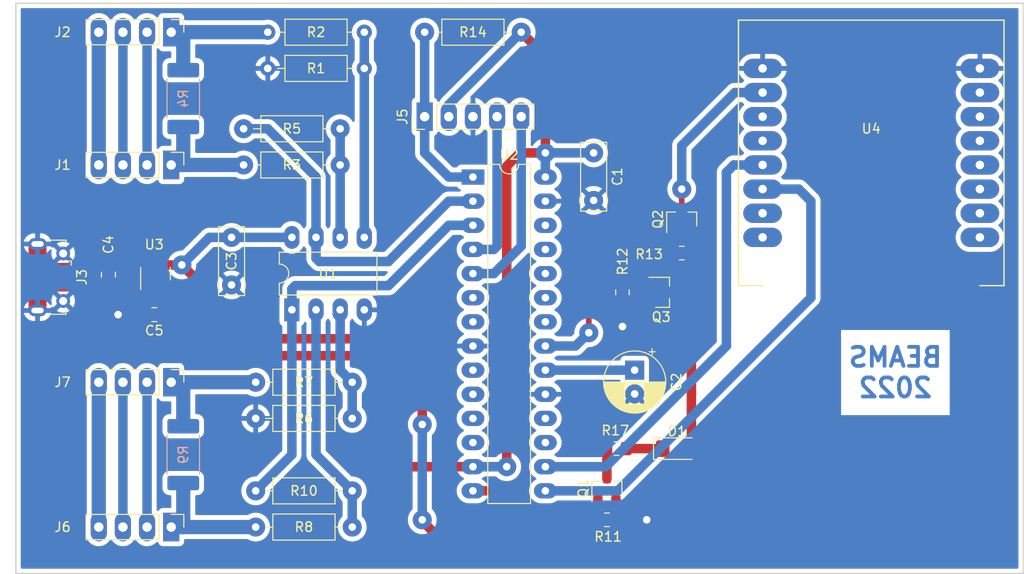
<source format=kicad_pcb>
(kicad_pcb (version 20211014) (generator pcbnew)
  (layers (0 "F.Cu" signal) (31 "B.Cu" signal) (34 "B.Paste" user) (35 "F.Paste" user) (36 "B.SilkS" user "B.Silkscreen") (37 "F.SilkS" user "F.Silkscreen") (38 "B.Mask" user) (39 "F.Mask" user) (44 "Edge.Cuts" user))
  (net 0 "")
  (net 1 "GND")
  (net 2 "+3V3")
  (net 3 "Net-(C2-Pad1)")
  (net 4 "+5V")
  (net 5 "Net-(D1-Pad1)")
  (net 6 "Net-(J1-Pad4)")
  (net 7 "Net-(J1-Pad3)")
  (net 8 "Net-(J1-Pad2)")
  (net 9 "/Chargeur_GND")
  (net 10 "Net-(J2-Pad1)")
  (net 11 "Net-(J5-Pad1)")
  (net 12 "/PGED")
  (net 13 "/PGEC")
  (net 14 "Net-(J6-Pad4)")
  (net 15 "Net-(J6-Pad3)")
  (net 16 "Net-(J6-Pad2)")
  (net 17 "/Load_GND")
  (net 18 "Net-(J7-Pad1)")
  (net 19 "Net-(Q1-Pad1)")
  (net 20 "Net-(Q1-Pad3)")
  (net 21 "Net-(Q2-Pad3)")
  (net 22 "Net-(Q2-Pad1)")
  (net 23 "/Click_on")
  (net 24 "Net-(R1-Pad1)")
  (net 25 "Net-(R3-Pad1)")
  (net 26 "Net-(R5-Pad1)")
  (net 27 "Net-(R6-Pad1)")
  (net 28 "Net-(R10-Pad2)")
  (net 29 "Net-(R10-Pad1)")
  (net 30 "Net-(U2-Pad15)")
  (net 31 "Net-(U2-Pad16)")
  (footprint "Capacitor_SMD:C_0805_2012Metric_Pad1.18x1.45mm_HandSolder" (layer "F.Cu") (at 46.736 91.567 -90)
    (fp_text reference "C4" (at -3.175 0 90) (layer "F.SilkS"))
    (fp_text value "1u")
    (pad "1" smd roundrect locked (at -1.0375 0 270) (size 1.175 1.45) (layers "F.Cu" "F.Paste" "F.Mask") (roundrect_rratio 0.2127659574) (net 4 "+5V"))
    (pad "2" smd roundrect locked (at 1.0375 0 270) (size 1.175 1.45) (layers "F.Cu" "F.Paste" "F.Mask") (roundrect_rratio 0.2127659574) (net 1 "GND"))
  )
  (footprint "Capacitor_SMD:C_0805_2012Metric_Pad1.18x1.45mm_HandSolder" (layer "F.Cu") (at 51.562 95.758 180)
    (fp_text reference "C5" (at 0 -1.68) (layer "F.SilkS"))
    (fp_text value "1u")
    (pad "1" smd roundrect locked (at -1.0375 0 180) (size 1.175 1.45) (layers "F.Cu" "F.Paste" "F.Mask") (roundrect_rratio 0.2127659574) (net 2 "+3V3"))
    (pad "2" smd roundrect locked (at 1.0375 0 180) (size 1.175 1.45) (layers "F.Cu" "F.Paste" "F.Mask") (roundrect_rratio 0.2127659574) (net 1 "GND"))
  )
  (footprint "Resistor_SMD:R_0805_2012Metric_Pad1.15x1.40mm_HandSolder" (layer "F.Cu") (at 99.187 117.348)
    (fp_text reference "R11" (at 0.127 1.778) (layer "F.SilkS"))
    (fp_text value "100k")
    (pad "1" smd roundrect locked (at -1.025 0) (size 1.15 1.4) (layers "F.Cu" "F.Paste" "F.Mask") (roundrect_rratio 0.2173913043) (net 19 "Net-(Q1-Pad1)"))
    (pad "2" smd roundrect locked (at 1.025 0) (size 1.15 1.4) (layers "F.Cu" "F.Paste" "F.Mask") (roundrect_rratio 0.2173913043) (net 1 "GND"))
  )
  (footprint "Resistor_SMD:R_0805_2012Metric_Pad1.15x1.40mm_HandSolder" (layer "F.Cu") (at 100.822 93.411 -90)
    (fp_text reference "R12" (at -3.241 -0.016 90) (layer "F.SilkS"))
    (fp_text value "100k")
    (pad "1" smd roundrect locked (at -1.025 0 270) (size 1.15 1.4) (layers "F.Cu" "F.Paste" "F.Mask") (roundrect_rratio 0.2173913043) (net 23 "/Click_on"))
    (pad "2" smd roundrect locked (at 1.025 0 270) (size 1.15 1.4) (layers "F.Cu" "F.Paste" "F.Mask") (roundrect_rratio 0.2173913043) (net 1 "GND"))
  )
  (footprint "Capacitor_THT:C_Disc_D7.0mm_W2.5mm_P5.00mm" (layer "F.Cu") (at 97.79 78.74 -90)
    (fp_text reference "C1" (at 2.5 -2.5 -90) (layer "F.SilkS"))
    (fp_text value "100n")
    (pad "1" thru_hole circle locked (at 0 0 270) (size 2 2) (drill 0.8) (layers *.Cu *.Mask) (net 2 "+3V3"))
    (pad "2" thru_hole circle locked (at 5 0 270) (size 2 2) (drill 0.8) (layers *.Cu *.Mask) (net 1 "GND"))
  )
  (footprint "Capacitor_THT:CP_Radial_D6.3mm_P2.50mm" (layer "F.Cu") (at 102.108 101.6 -90)
    (fp_text reference "C2" (at 1.25 -4.4 -90) (layer "F.SilkS"))
    (fp_text value "10u")
    (pad "1" thru_hole rect locked (at 0 0 270) (size 2 2) (drill 0.8) (layers *.Cu *.Mask) (net 3 "Net-(C2-Pad1)"))
    (pad "2" thru_hole circle locked (at 2.5 0 270) (size 2 2) (drill 0.8) (layers *.Cu *.Mask) (net 1 "GND"))
  )
  (footprint "Capacitor_THT:C_Disc_D7.0mm_W2.5mm_P5.00mm" (layer "F.Cu") (at 59.69 87.63 -90)
    (fp_text reference "C3" (at 2.5 0 -90) (layer "F.SilkS"))
    (fp_text value "100n")
    (pad "1" thru_hole circle locked (at 0 0 270) (size 2 2) (drill 0.8) (layers *.Cu *.Mask) (net 4 "+5V"))
    (pad "2" thru_hole circle locked (at 5 0 270) (size 2 2) (drill 0.8) (layers *.Cu *.Mask) (net 1 "GND"))
  )
  (footprint "LED_SMD:LED_1206_3216Metric_Pad1.42x1.75mm_HandSolder" (layer "F.Cu") (at 106.553 109.855)
    (fp_text reference "D1" (at 0 -1.82) (layer "F.SilkS"))
    (fp_text value "LED")
    (pad "1" smd roundrect locked (at -1.4875 0) (size 1.425 1.75) (layers "F.Cu" "F.Paste" "F.Mask") (roundrect_rratio 0.1754392982) (net 5 "Net-(D1-Pad1)"))
    (pad "2" smd roundrect locked (at 1.4875 0) (size 1.425 1.75) (layers "F.Cu" "F.Paste" "F.Mask") (roundrect_rratio 0.1754392982) (net 4 "+5V"))
  )
  (footprint "Connector_PinHeader_2.54mm:PinHeader_1x04_P2.54mm_Vertical" (layer "F.Cu") (at 53.34 80.01 -90)
    (fp_text reference "J1" (at 0 11.43) (layer "F.SilkS"))
    (fp_text value "Chargeur_in")
    (pad "1" thru_hole rect locked (at 0 0 270) (size 3 1.7) (drill 1) (layers *.Cu *.Mask) (net 9 "/Chargeur_GND"))
    (pad "2" thru_hole oval locked (at 0 2.54 270) (size 3 1.7) (drill 1) (layers *.Cu *.Mask) (net 8 "Net-(J1-Pad2)"))
    (pad "3" thru_hole oval locked (at 0 5.08 270) (size 3 1.7) (drill 1) (layers *.Cu *.Mask) (net 7 "Net-(J1-Pad3)"))
    (pad "4" thru_hole oval locked (at 0 7.62 270) (size 3 1.7) (drill 1) (layers *.Cu *.Mask) (net 6 "Net-(J1-Pad4)"))
  )
  (footprint "Connector_PinHeader_2.54mm:PinHeader_1x04_P2.54mm_Vertical" (layer "F.Cu") (at 53.34 66.04 -90)
    (fp_text reference "J2" (at 0 11.43) (layer "F.SilkS"))
    (fp_text value "Chargeur_out")
    (pad "1" thru_hole rect locked (at 0 0 270) (size 3 1.7) (drill 1) (layers *.Cu *.Mask) (net 10 "Net-(J2-Pad1)"))
    (pad "2" thru_hole oval locked (at 0 2.54 270) (size 3 1.7) (drill 1) (layers *.Cu *.Mask) (net 8 "Net-(J1-Pad2)"))
    (pad "3" thru_hole oval locked (at 0 5.08 270) (size 3 1.7) (drill 1) (layers *.Cu *.Mask) (net 7 "Net-(J1-Pad3)"))
    (pad "4" thru_hole oval locked (at 0 7.62 270) (size 3 1.7) (drill 1) (layers *.Cu *.Mask) (net 6 "Net-(J1-Pad4)"))
  )
  (footprint "Connector_USB:USB_Micro-B_Molex-105017-0001" (layer "F.Cu") (at 40.513 91.821 -90)
    (fp_text reference "J3" (at 0 -3.429 90) (layer "F.SilkS"))
    (fp_text value "USB_B_Mini")
    (pad "1" smd rect locked (at -1.3 -1.4625 270) (size 0.4 1.35) (layers "F.Cu" "F.Paste" "F.Mask") (net 4 "+5V"))
    (pad "2" smd rect locked (at -0.65 -1.4625 270) (size 0.4 1.35) (layers "F.Cu" "F.Paste" "F.Mask"))
    (pad "3" smd rect locked (at 0 -1.4625 270) (size 0.4 1.35) (layers "F.Cu" "F.Paste" "F.Mask"))
    (pad "4" smd rect locked (at 0.65 -1.4625 270) (size 0.4 1.35) (layers "F.Cu" "F.Paste" "F.Mask"))
    (pad "5" smd rect locked (at 1.3 -1.4625 270) (size 0.4 1.35) (layers "F.Cu" "F.Paste" "F.Mask") (net 1 "GND"))
    (pad "6" smd rect locked (at -2.9 1.2375 270) (size 1.2 1.9) (layers "F.Cu" "F.Mask") (net 1 "GND"))
    (pad "6" thru_hole circle locked (at 2.5 -1.4625 270) (size 1.45 1.45) (drill 0.85) (layers *.Cu *.Mask) (net 1 "GND"))
    (pad "6" smd rect locked (at -1 1.2375 270) (size 1.5 1.9) (layers "F.Cu" "F.Paste" "F.Mask") (net 1 "GND"))
    (pad "6" smd rect locked (at 2.9 1.2375 270) (size 1.2 1.9) (layers "F.Cu" "F.Mask") (net 1 "GND"))
    (pad "6" thru_hole oval locked (at 3.5 1.2375 270) (size 1.2 1.9) (drill oval 0.6 1.3) (layers *.Cu *.Mask) (net 1 "GND"))
    (pad "6" smd rect locked (at 1 1.2375 270) (size 1.5 1.9) (layers "F.Cu" "F.Paste" "F.Mask") (net 1 "GND"))
    (pad "6" thru_hole oval locked (at -3.5 1.2375 90) (size 1.2 1.9) (drill oval 0.6 1.3) (layers *.Cu *.Mask) (net 1 "GND"))
    (pad "6" thru_hole circle locked (at -2.5 -1.4625 270) (size 1.45 1.45) (drill 0.85) (layers *.Cu *.Mask) (net 1 "GND"))
  )
  (footprint "Connector_PinHeader_2.54mm:PinHeader_1x05_P2.54mm_Vertical" (layer "F.Cu") (at 80.01 74.93 90)
    (fp_text reference "J5" (at 0 -2.33 90) (layer "F.SilkS"))
    (fp_text value "PROG")
    (pad "1" thru_hole rect locked (at 0 0 90) (size 3 1.7) (drill 1) (layers *.Cu *.Mask) (net 11 "Net-(J5-Pad1)"))
    (pad "2" thru_hole oval locked (at 0 2.54 90) (size 3 1.7) (drill 1) (layers *.Cu *.Mask) (net 2 "+3V3"))
    (pad "3" thru_hole oval locked (at 0 5.08 90) (size 3 1.7) (drill 1) (layers *.Cu *.Mask) (net 1 "GND"))
    (pad "4" thru_hole oval locked (at 0 7.62 90) (size 3 1.7) (drill 1) (layers *.Cu *.Mask) (net 12 "/PGED"))
    (pad "5" thru_hole oval locked (at 0 10.16 90) (size 3 1.7) (drill 1) (layers *.Cu *.Mask) (net 13 "/PGEC"))
  )
  (footprint "Connector_PinHeader_2.54mm:PinHeader_1x04_P2.54mm_Vertical" (layer "F.Cu") (at 53.34 118.11 -90)
    (fp_text reference "J6" (at 0 11.43) (layer "F.SilkS"))
    (fp_text value "Load_in")
    (pad "1" thru_hole rect locked (at 0 0 270) (size 3 1.7) (drill 1) (layers *.Cu *.Mask) (net 17 "/Load_GND"))
    (pad "2" thru_hole oval locked (at 0 2.54 270) (size 3 1.7) (drill 1) (layers *.Cu *.Mask) (net 16 "Net-(J6-Pad2)"))
    (pad "3" thru_hole oval locked (at 0 5.08 270) (size 3 1.7) (drill 1) (layers *.Cu *.Mask) (net 15 "Net-(J6-Pad3)"))
    (pad "4" thru_hole oval locked (at 0 7.62 270) (size 3 1.7) (drill 1) (layers *.Cu *.Mask) (net 14 "Net-(J6-Pad4)"))
  )
  (footprint "Connector_PinHeader_2.54mm:PinHeader_1x04_P2.54mm_Vertical" (layer "F.Cu") (at 53.34 102.87 -90)
    (fp_text reference "J7" (at 0 11.43) (layer "F.SilkS"))
    (fp_text value "Load_out")
    (pad "1" thru_hole rect locked (at 0 0 270) (size 3 1.7) (drill 1) (layers *.Cu *.Mask) (net 18 "Net-(J7-Pad1)"))
    (pad "2" thru_hole oval locked (at 0 2.54 270) (size 3 1.7) (drill 1) (layers *.Cu *.Mask) (net 16 "Net-(J6-Pad2)"))
    (pad "3" thru_hole oval locked (at 0 5.08 270) (size 3 1.7) (drill 1) (layers *.Cu *.Mask) (net 15 "Net-(J6-Pad3)"))
    (pad "4" thru_hole oval locked (at 0 7.62 270) (size 3 1.7) (drill 1) (layers *.Cu *.Mask) (net 14 "Net-(J6-Pad4)"))
  )
  (footprint "Package_TO_SOT_SMD:SOT-23" (layer "F.Cu") (at 99.187 114.046 90)
    (fp_text reference "Q1" (at 0 -2.5 90) (layer "F.SilkS"))
    (fp_text value "BSS138")
    (pad "1" smd rect locked (at -1 -0.95 90) (size 0.9 0.8) (layers "F.Cu" "F.Paste" "F.Mask") (net 19 "Net-(Q1-Pad1)"))
    (pad "2" smd rect locked (at -1 0.95 90) (size 0.9 0.8) (layers "F.Cu" "F.Paste" "F.Mask") (net 1 "GND"))
    (pad "3" smd rect locked (at 1 0 90) (size 0.9 0.8) (layers "F.Cu" "F.Paste" "F.Mask") (net 20 "Net-(Q1-Pad3)"))
  )
  (footprint "Package_TO_SOT_SMD:SOT-23" (layer "F.Cu") (at 107.061 85.725 90)
    (fp_text reference "Q2" (at 0 -2.5 90) (layer "F.SilkS"))
    (fp_text value "IRLML6402")
    (pad "1" smd rect locked (at -1 -0.95 90) (size 0.9 0.8) (layers "F.Cu" "F.Paste" "F.Mask") (net 22 "Net-(Q2-Pad1)"))
    (pad "2" smd rect locked (at -1 0.95 90) (size 0.9 0.8) (layers "F.Cu" "F.Paste" "F.Mask") (net 4 "+5V"))
    (pad "3" smd rect locked (at 1 0 90) (size 0.9 0.8) (layers "F.Cu" "F.Paste" "F.Mask") (net 21 "Net-(Q2-Pad3)"))
  )
  (footprint "Package_TO_SOT_SMD:SOT-23" (layer "F.Cu") (at 105.013 93.411)
    (fp_text reference "Q3" (at -0.111 2.601) (layer "F.SilkS"))
    (fp_text value "BSS138")
    (pad "1" smd rect locked (at -1 -0.95) (size 0.9 0.8) (layers "F.Cu" "F.Paste" "F.Mask") (net 23 "/Click_on"))
    (pad "2" smd rect locked (at -1 0.95) (size 0.9 0.8) (layers "F.Cu" "F.Paste" "F.Mask") (net 1 "GND"))
    (pad "3" smd rect locked (at 1 0) (size 0.9 0.8) (layers "F.Cu" "F.Paste" "F.Mask") (net 22 "Net-(Q2-Pad1)"))
  )
  (footprint "Resistor_THT:R_Axial_DIN0207_L6.3mm_D2.5mm_P10.16mm_Horizontal" (layer "F.Cu") (at 73.66 69.85 180)
    (fp_text reference "R1" (at 5.08 0 180) (layer "F.SilkS"))
    (fp_text value "150k")
    (pad "1" thru_hole circle locked (at 0 0 180) (size 1.6 1.6) (drill 0.8) (layers *.Cu *.Mask) (net 24 "Net-(R1-Pad1)"))
    (pad "2" thru_hole oval locked (at 10.16 0 180) (size 1.6 1.6) (drill 0.8) (layers *.Cu *.Mask) (net 1 "GND"))
  )
  (footprint "Resistor_THT:R_Axial_DIN0207_L6.3mm_D2.5mm_P10.16mm_Horizontal" (layer "F.Cu") (at 73.66 66.04 180)
    (fp_text reference "R2" (at 5.08 0 180) (layer "F.SilkS"))
    (fp_text value "10k")
    (pad "1" thru_hole circle locked (at 0 0 180) (size 1.6 1.6) (drill 0.8) (layers *.Cu *.Mask) (net 24 "Net-(R1-Pad1)"))
    (pad "2" thru_hole oval locked (at 10.16 0 180) (size 1.6 1.6) (drill 0.8) (layers *.Cu *.Mask) (net 10 "Net-(J2-Pad1)"))
  )
  (footprint "Resistor_THT:R_Axial_DIN0207_L6.3mm_D2.5mm_P10.16mm_Horizontal" (layer "F.Cu") (at 71.12 80.01 180)
    (fp_text reference "R3" (at 5.08 0 180) (layer "F.SilkS"))
    (fp_text value "10k")
    (pad "1" thru_hole circle locked (at 0 0 180) (size 2 2) (drill 0.8) (layers *.Cu *.Mask) (net 25 "Net-(R3-Pad1)"))
    (pad "2" thru_hole oval locked (at 10.16 0 180) (size 2 2) (drill 0.8) (layers *.Cu *.Mask) (net 9 "/Chargeur_GND"))
  )
  (footprint "Resistor_THT:R_Axial_DIN0207_L6.3mm_D2.5mm_P10.16mm_Horizontal" (layer "F.Cu") (at 60.96 76.2)
    (fp_text reference "R5" (at 5.08 0) (layer "F.SilkS"))
    (fp_text value "150k")
    (pad "1" thru_hole circle locked (at 0 0) (size 2 2) (drill 0.8) (layers *.Cu *.Mask) (net 26 "Net-(R5-Pad1)"))
    (pad "2" thru_hole oval locked (at 10.16 0) (size 2 2) (drill 0.8) (layers *.Cu *.Mask) (net 25 "Net-(R3-Pad1)"))
  )
  (footprint "Resistor_THT:R_Axial_DIN0207_L6.3mm_D2.5mm_P10.16mm_Horizontal" (layer "F.Cu") (at 72.39 106.68 180)
    (fp_text reference "R6" (at 5.08 0 180) (layer "F.SilkS"))
    (fp_text value "51k")
    (pad "1" thru_hole circle locked (at 0 0 180) (size 2 2) (drill 0.8) (layers *.Cu *.Mask) (net 27 "Net-(R6-Pad1)"))
    (pad "2" thru_hole oval locked (at 10.16 0 180) (size 2 2) (drill 0.8) (layers *.Cu *.Mask) (net 1 "GND"))
  )
  (footprint "Resistor_THT:R_Axial_DIN0207_L6.3mm_D2.5mm_P10.16mm_Horizontal" (layer "F.Cu") (at 72.39 102.87 180)
    (fp_text reference "R7" (at 5.08 0 180) (layer "F.SilkS"))
    (fp_text value "1k")
    (pad "1" thru_hole circle locked (at 0 0 180) (size 2 2) (drill 0.8) (layers *.Cu *.Mask) (net 27 "Net-(R6-Pad1)"))
    (pad "2" thru_hole oval locked (at 10.16 0 180) (size 2 2) (drill 0.8) (layers *.Cu *.Mask) (net 18 "Net-(J7-Pad1)"))
  )
  (footprint "Resistor_THT:R_Axial_DIN0207_L6.3mm_D2.5mm_P10.16mm_Horizontal" (layer "F.Cu") (at 72.39 118.11 180)
    (fp_text reference "R8" (at 5.08 0 180) (layer "F.SilkS"))
    (fp_text value "1k")
    (pad "1" thru_hole circle locked (at 0 0 180) (size 2 2) (drill 0.8) (layers *.Cu *.Mask) (net 28 "Net-(R10-Pad2)"))
    (pad "2" thru_hole oval locked (at 10.16 0 180) (size 2 2) (drill 0.8) (layers *.Cu *.Mask) (net 17 "/Load_GND"))
  )
  (footprint "Resistor_THT:R_Axial_DIN0207_L6.3mm_D2.5mm_P10.16mm_Horizontal" (layer "F.Cu") (at 62.23 114.3)
    (fp_text reference "R10" (at 5.08 0) (layer "F.SilkS"))
    (fp_text value "51k")
    (pad "1" thru_hole circle locked (at 0 0) (size 2 2) (drill 0.8) (layers *.Cu *.Mask) (net 29 "Net-(R10-Pad1)"))
    (pad "2" thru_hole oval locked (at 10.16 0) (size 2 2) (drill 0.8) (layers *.Cu *.Mask) (net 28 "Net-(R10-Pad2)"))
  )
  (footprint "Resistor_SMD:R_0805_2012Metric_Pad1.15x1.40mm_HandSolder" (layer "F.Cu") (at 107.061 89.281 180)
    (fp_text reference "R13" (at 3.429 -0.127) (layer "F.SilkS"))
    (fp_text value "100k")
    (pad "1" smd roundrect locked (at -1.025 0 180) (size 1.15 1.4) (layers "F.Cu" "F.Paste" "F.Mask") (roundrect_rratio 0.2173913043) (net 4 "+5V"))
    (pad "2" smd roundrect locked (at 1.025 0 180) (size 1.15 1.4) (layers "F.Cu" "F.Paste" "F.Mask") (roundrect_rratio 0.2173913043) (net 22 "Net-(Q2-Pad1)"))
  )
  (footprint "Resistor_THT:R_Axial_DIN0207_L6.3mm_D2.5mm_P10.16mm_Horizontal" (layer "F.Cu") (at 90.17 66.04 180)
    (fp_text reference "R14" (at 5.08 0 180) (layer "F.SilkS"))
    (fp_text value "10k")
    (pad "1" thru_hole circle locked (at 0 0 180) (size 2 2) (drill 0.8) (layers *.Cu *.Mask) (net 2 "+3V3"))
    (pad "2" thru_hole oval locked (at 10.16 0 180) (size 2 2) (drill 0.8) (layers *.Cu *.Mask) (net 11 "Net-(J5-Pad1)"))
  )
  (footprint "Resistor_SMD:R_0805_2012Metric_Pad1.15x1.40mm_HandSolder" (layer "F.Cu") (at 100.203 109.855 180)
    (fp_text reference "R17" (at 0.127 1.905) (layer "F.SilkS"))
    (fp_text value "470")
    (pad "1" smd roundrect locked (at -1.025 0 180) (size 1.15 1.4) (layers "F.Cu" "F.Paste" "F.Mask") (roundrect_rratio 0.2173913043) (net 5 "Net-(D1-Pad1)"))
    (pad "2" smd roundrect locked (at 1.025 0 180) (size 1.15 1.4) (layers "F.Cu" "F.Paste" "F.Mask") (roundrect_rratio 0.2173913043) (net 20 "Net-(Q1-Pad3)"))
  )
  (footprint "Package_DIP:DIP-8_W7.62mm_LongPads" (layer "F.Cu") (at 66.04 95.25 90)
    (fp_text reference "U1" (at 3.81 3.81 180) (layer "F.SilkS"))
    (fp_text value "LM358")
    (pad "1" thru_hole rect locked (at 0 0 90) (size 2.4 1.6) (drill 0.8) (layers *.Cu *.Mask) (net 29 "Net-(R10-Pad1)"))
    (pad "2" thru_hole oval locked (at 0 2.54 90) (size 2.4 1.6) (drill 0.8) (layers *.Cu *.Mask) (net 28 "Net-(R10-Pad2)"))
    (pad "3" thru_hole oval locked (at 0 5.08 90) (size 2.4 1.6) (drill 0.8) (layers *.Cu *.Mask) (net 27 "Net-(R6-Pad1)"))
    (pad "4" thru_hole oval locked (at 0 7.62 90) (size 2.4 1.6) (drill 0.8) (layers *.Cu *.Mask) (net 1 "GND"))
    (pad "5" thru_hole oval locked (at 7.62 7.62 90) (size 2.4 1.6) (drill 0.8) (layers *.Cu *.Mask) (net 24 "Net-(R1-Pad1)"))
    (pad "6" thru_hole oval locked (at 7.62 5.08 90) (size 2.4 1.6) (drill 0.8) (layers *.Cu *.Mask) (net 25 "Net-(R3-Pad1)"))
    (pad "7" thru_hole oval locked (at 7.62 2.54 90) (size 2.4 1.6) (drill 0.8) (layers *.Cu *.Mask) (net 26 "Net-(R5-Pad1)"))
    (pad "8" thru_hole oval locked (at 7.62 0 90) (size 2.4 1.6) (drill 0.8) (layers *.Cu *.Mask) (net 4 "+5V"))
  )
  (footprint "Package_DIP:DIP-28_W7.62mm_LongPads" (layer "F.Cu") (at 85.09 81.28)
    (fp_text reference "U2" (at 3.81 -2.33) (layer "F.SilkS"))
    (fp_text value "DSPIC33FJ128GP802")
    (pad "1" thru_hole rect locked (at 0 0) (size 2.4 1.6) (drill 0.8) (layers *.Cu *.Mask) (net 11 "Net-(J5-Pad1)"))
    (pad "2" thru_hole oval locked (at 0 2.54) (size 2.4 1.6) (drill 0.8) (layers *.Cu *.Mask) (net 26 "Net-(R5-Pad1)"))
    (pad "3" thru_hole oval locked (at 0 5.08) (size 2.4 1.6) (drill 0.8) (layers *.Cu *.Mask) (net 29 "Net-(R10-Pad1)"))
    (pad "4" thru_hole oval locked (at 0 7.62) (size 2.4 1.6) (drill 0.8) (layers *.Cu *.Mask) (net 12 "/PGED"))
    (pad "5" thru_hole oval locked (at 0 10.16) (size 2.4 1.6) (drill 0.8) (layers *.Cu *.Mask) (net 13 "/PGEC"))
    (pad "6" thru_hole oval locked (at 0 12.7) (size 2.4 1.6) (drill 0.8) (layers *.Cu *.Mask))
    (pad "7" thru_hole oval locked (at 0 15.24) (size 2.4 1.6) (drill 0.8) (layers *.Cu *.Mask))
    (pad "8" thru_hole oval locked (at 0 17.78) (size 2.4 1.6) (drill 0.8) (layers *.Cu *.Mask) (net 1 "GND"))
    (pad "9" thru_hole oval locked (at 0 20.32) (size 2.4 1.6) (drill 0.8) (layers *.Cu *.Mask))
    (pad "10" thru_hole oval locked (at 0 22.86) (size 2.4 1.6) (drill 0.8) (layers *.Cu *.Mask))
    (pad "11" thru_hole oval locked (at 0 25.4) (size 2.4 1.6) (drill 0.8) (layers *.Cu *.Mask))
    (pad "12" thru_hole oval locked (at 0 27.94) (size 2.4 1.6) (drill 0.8) (layers *.Cu *.Mask))
    (pad "13" thru_hole oval locked (at 0 30.48) (size 2.4 1.6) (drill 0.8) (layers *.Cu *.Mask) (net 2 "+3V3"))
    (pad "14" thru_hole oval locked (at 0 33.02) (size 2.4 1.6) (drill 0.8) (layers *.Cu *.Mask) (net 19 "Net-(Q1-Pad1)"))
    (pad "15" thru_hole oval locked (at 7.62 33.02) (size 2.4 1.6) (drill 0.8) (layers *.Cu *.Mask) (net 30 "Net-(U2-Pad15)"))
    (pad "16" thru_hole oval locked (at 7.62 30.48) (size 2.4 1.6) (drill 0.8) (layers *.Cu *.Mask) (net 31 "Net-(U2-Pad16)"))
    (pad "17" thru_hole oval locked (at 7.62 27.94) (size 2.4 1.6) (drill 0.8) (layers *.Cu *.Mask))
    (pad "18" thru_hole oval locked (at 7.62 25.4) (size 2.4 1.6) (drill 0.8) (layers *.Cu *.Mask))
    (pad "19" thru_hole oval locked (at 7.62 22.86) (size 2.4 1.6) (drill 0.8) (layers *.Cu *.Mask) (net 1 "GND"))
    (pad "20" thru_hole oval locked (at 7.62 20.32) (size 2.4 1.6) (drill 0.8) (layers *.Cu *.Mask) (net 3 "Net-(C2-Pad1)"))
    (pad "21" thru_hole oval locked (at 7.62 17.78) (size 2.4 1.6) (drill 0.8) (layers *.Cu *.Mask) (net 23 "/Click_on"))
    (pad "22" thru_hole oval locked (at 7.62 15.24) (size 2.4 1.6) (drill 0.8) (layers *.Cu *.Mask))
    (pad "23" thru_hole oval locked (at 7.62 12.7) (size 2.4 1.6) (drill 0.8) (layers *.Cu *.Mask))
    (pad "24" thru_hole oval locked (at 7.62 10.16) (size 2.4 1.6) (drill 0.8) (layers *.Cu *.Mask))
    (pad "25" thru_hole oval locked (at 7.62 7.62) (size 2.4 1.6) (drill 0.8) (layers *.Cu *.Mask))
    (pad "26" thru_hole oval locked (at 7.62 5.08) (size 2.4 1.6) (drill 0.8) (layers *.Cu *.Mask))
    (pad "27" thru_hole oval locked (at 7.62 2.54) (size 2.4 1.6) (drill 0.8) (layers *.Cu *.Mask) (net 1 "GND"))
    (pad "28" thru_hole oval locked (at 7.62 0) (size 2.4 1.6) (drill 0.8) (layers *.Cu *.Mask) (net 2 "+3V3"))
  )
  (footprint "Package_TO_SOT_SMD:SOT-23" (layer "F.Cu") (at 51.689 91.44 90)
    (fp_text reference "U3" (at 3.048 -0.127) (layer "F.SilkS"))
    (fp_text value "MCP1702-3302E_SOT23")
    (pad "1" smd roundrect locked (at -0.9375 -0.95 90) (size 1.475 0.6) (layers "F.Cu" "F.Paste" "F.Mask") (net 1 "GND"))
    (pad "2" smd roundrect locked (at -0.9375 0.95 90) (size 1.475 0.6) (layers "F.Cu" "F.Paste" "F.Mask") (net 2 "+3V3"))
    (pad "3" smd roundrect locked (at 0.9375 0 90) (size 1.475 0.6) (layers "F.Cu" "F.Paste" "F.Mask") (net 4 "+5V"))
  )
  (footprint "myLib:Click-board" (layer "F.Cu") (at 127 78.74 180)
    (fp_text reference "U4" (at 0 2.54 180) (layer "F.SilkS"))
    (fp_text value "click-board")
    (pad "1" thru_hole oval locked (at -11.43 -8.89 180) (size 4.064 2.032) (drill 0.9) (layers *.Cu *.Mask))
    (pad "2" thru_hole oval locked (at -11.43 -6.35 180) (size 4.064 2.032) (drill 0.9) (layers *.Cu *.Mask))
    (pad "3" thru_hole oval locked (at -11.43 -3.81 180) (size 4.064 2.032) (drill 0.9) (layers *.Cu *.Mask))
    (pad "4" thru_hole oval locked (at -11.43 -1.27 180) (size 4.064 2.032) (drill 0.9) (layers *.Cu *.Mask))
    (pad "5" thru_hole oval locked (at -11.43 1.27 180) (size 4.064 2.032) (drill 0.9) (layers *.Cu *.Mask))
    (pad "6" thru_hole oval locked (at -11.43 3.81 180) (size 4.064 2.032) (drill 0.9) (layers *.Cu *.Mask))
    (pad "7" thru_hole oval locked (at -11.43 6.35 180) (size 4.064 2.032) (drill 0.9) (layers *.Cu *.Mask))
    (pad "8" thru_hole oval locked (at -11.43 8.89 180) (size 4.064 2.032) (drill 0.9) (layers *.Cu *.Mask) (net 1 "GND"))
    (pad "9" thru_hole oval locked (at 11.43 8.89 180) (size 4.064 2.032) (drill 0.9) (layers *.Cu *.Mask) (net 1 "GND"))
    (pad "10" thru_hole oval locked (at 11.43 6.35 180) (size 4.064 2.032) (drill 0.9) (layers *.Cu *.Mask) (net 21 "Net-(Q2-Pad3)"))
    (pad "11" thru_hole oval locked (at 11.43 3.81 180) (size 4.064 2.032) (drill 0.9) (layers *.Cu *.Mask))
    (pad "12" thru_hole oval locked (at 11.43 1.27 180) (size 4.064 2.032) (drill 0.9) (layers *.Cu *.Mask))
    (pad "13" thru_hole oval locked (at 11.43 -1.27 180) (size 4.064 2.032) (drill 0.9) (layers *.Cu *.Mask) (net 31 "Net-(U2-Pad16)"))
    (pad "14" thru_hole oval locked (at 11.43 -3.81 180) (size 4.064 2.032) (drill 0.9) (layers *.Cu *.Mask) (net 30 "Net-(U2-Pad15)"))
    (pad "15" thru_hole oval locked (at 11.43 -6.35 180) (size 4.064 2.032) (drill 0.9) (layers *.Cu *.Mask))
    (pad "16" thru_hole oval locked (at 11.43 -8.89 180) (size 4.064 2.032) (drill 0.9) (layers *.Cu *.Mask))
  )
  (footprint "Resistor_SMD:R_2512_6332Metric_Pad1.52x3.35mm_HandSolder" (layer "B.Cu") (at 54.61 73.025 90)
    (fp_text reference "R4" (at 0 0 90) (layer "B.SilkS") (effects (justify mirror)))
    (fp_text value "33m")
    (pad "1" smd roundrect locked (at -2.9875 0 90) (size 1.525 3.35) (layers "B.Cu" "B.Paste" "B.Mask") (roundrect_rratio 0.1639337705) (net 9 "/Chargeur_GND"))
    (pad "2" smd roundrect locked (at 2.9875 0 90) (size 1.525 3.35) (layers "B.Cu" "B.Paste" "B.Mask") (roundrect_rratio 0.1639337705) (net 10 "Net-(J2-Pad1)"))
  )
  (footprint "Resistor_SMD:R_2512_6332Metric_Pad1.52x3.35mm_HandSolder" (layer "B.Cu") (at 54.61 110.49 90)
    (fp_text reference "R9" (at 0 0 90) (layer "B.SilkS") (effects (justify mirror)))
    (fp_text value "33m")
    (pad "1" smd roundrect locked (at -2.9875 0 90) (size 1.525 3.35) (layers "B.Cu" "B.Paste" "B.Mask") (roundrect_rratio 0.1639337705) (net 17 "/Load_GND"))
    (pad "2" smd roundrect locked (at 2.9875 0 90) (size 1.525 3.35) (layers "B.Cu" "B.Paste" "B.Mask") (roundrect_rratio 0.1639337705) (net 18 "Net-(J7-Pad1)"))
  )
  (gr_rect (start 37 63) (end 143 123) (layer "Edge.Cuts") (width 0.15) (fill none))
  (gr_text "MSF\nBattery\nMonitor" (at 129.54 111.506) (layer "F.Cu") (effects (font (size 2 2) (thickness 0.4))))
  (gr_text "BEAMS\n2022" (at 129.54 101.854) (layer "B.Cu") (effects (font (size 2 2) (thickness 0.4)) (justify mirror)))
  (segment (start 100.822 94.436) (end 100.822 97.012) (width 0.6) (layer "F.Cu") (net 1))
  (segment (start 104.013 94.361) (end 100.897 94.361) (width 0.6) (layer "F.Cu") (net 1))
  (segment (start 41.9755 93.121) (end 39.5755 93.121) (width 0.4) (layer "F.Cu") (net 1))
  (segment (start 46.2195 93.121) (end 46.736 92.6045) (width 0.4) (layer "F.Cu") (net 1))
  (segment (start 100.897 94.361) (end 100.822 94.436) (width 0.6) (layer "F.Cu") (net 1))
  (segment (start 100.137 117.273) (end 100.212 117.348) (width 1) (layer "F.Cu") (net 1))
  (segment (start 50.739 95.5435) (end 50.5245 95.758) (width 0.6) (layer "F.Cu") (net 1))
  (segment (start 39.2755 88.921) (end 39.2755 94.721) (width 0.6) (layer "F.Cu") (net 1))
  (segment (start 39.5755 93.121) (end 39.2755 92.821) (width 0.4) (layer "F.Cu") (net 1))
  (segment (start 100.137 115.046) (end 100.137 117.273) (width 1) (layer "F.Cu") (net 1))
  (segment (start 46.963 92.3775) (end 46.736 92.6045) (width 0.6) (layer "F.Cu") (net 1))
  (segment (start 50.5245 95.758) (end 47.752 95.758) (width 0.6) (layer "F.Cu") (net 1))
  (segment (start 50.739 92.3775) (end 50.739 95.5435) (width 0.6) (layer "F.Cu") (net 1))
  (segment (start 50.739 92.3775) (end 46.963 92.3775) (width 0.6) (layer "F.Cu") (net 1))
  (segment (start 41.9755 93.121) (end 46.2195 93.121) (width 0.4) (layer "F.Cu") (net 1))
  (segment (start 100.212 117.348) (end 103.378 117.348) (width 1) (layer "F.Cu") (net 1))
  (via (at 47.752 95.758) (size 2) (drill 0.8) (layers "F.Cu" "B.Cu") (net 1))
  (via (at 100.822 97.012) (size 2) (drill 0.8) (layers "F.Cu" "B.Cu") (net 1))
  (via (at 103.378 117.348) (size 2) (drill 0.8) (layers "F.Cu" "B.Cu") (net 1))
  (segment (start 52.5995 95.758) (end 56.9175 100.076) (width 1) (layer "F.Cu") (net 2))
  (segment (start 88.646 111.76) (end 88.646 80.137) (width 1) (layer "F.Cu") (net 2))
  (segment (start 77.597 111.76) (end 88.646 111.76) (width 1) (layer "F.Cu") (net 2))
  (segment (start 75.565 102.743) (end 75.565 109.728) (width 1) (layer "F.Cu") (net 2))
  (segment (start 75.565 109.728) (end 77.597 111.76) (width 1) (layer "F.Cu") (net 2))
  (segment (start 92.71 78.74) (end 92.71 68.58) (width 1) (layer "F.Cu") (net 2))
  (segment (start 92.71 68.58) (end 90.17 66.04) (width 1) (layer "F.Cu") (net 2))
  (segment (start 56.9175 100.076) (end 72.898 100.076) (width 1) (layer "F.Cu") (net 2))
  (segment (start 72.898 100.076) (end 75.565 102.743) (width 1) (layer "F.Cu") (net 2))
  (segment (start 52.639 92.3775) (end 52.639 95.7185) (width 0.6) (layer "F.Cu") (net 2))
  (segment (start 88.646 80.137) (end 90.043 78.74) (width 1) (layer "F.Cu") (net 2))
  (segment (start 52.639 95.7185) (end 52.5995 95.758) (width 0.6) (layer "F.Cu") (net 2))
  (segment (start 90.043 78.74) (end 92.71 78.74) (width 1) (layer "F.Cu") (net 2))
  (via (at 88.646 111.76) (size 2) (drill 0.8) (layers "F.Cu" "B.Cu") (net 2))
  (via (at 92.71 78.74) (size 2) (drill 0.8) (layers "F.Cu" "B.Cu") (net 2))
  (segment (start 92.71 81.28) (end 92.71 78.74) (width 1) (layer "B.Cu") (net 2))
  (segment (start 82.55 73.66) (end 90.17 66.04) (width 1) (layer "B.Cu") (net 2))
  (segment (start 88.646 111.76) (end 85.09 111.76) (width 1) (layer "B.Cu") (net 2))
  (segment (start 97.79 78.74) (end 92.71 78.74) (width 1) (layer "B.Cu") (net 2))
  (segment (start 82.55 74.93) (end 82.55 73.66) (width 1) (layer "B.Cu") (net 2))
  (segment (start 92.71 101.6) (end 102.108 101.6) (width 1) (layer "B.Cu") (net 3))
  (segment (start 79.756 104.267) (end 73.787 98.298) (width 1) (layer "F.Cu") (net 4))
  (segment (start 108.077 117.094) (end 104.14 121.031) (width 1) (layer "F.Cu") (net 4))
  (segment (start 73.787 98.298) (end 62.23 98.298) (width 1) (layer "F.Cu") (net 4))
  (segment (start 79.756 107.315) (end 79.756 104.267) (width 1) (layer "F.Cu") (net 4))
  (segment (start 46.736 90.5295) (end 54.4615 90.5295) (width 1) (layer "F.Cu") (net 4))
  (segment (start 104.14 121.031) (end 83.312 121.031) (width 1) (layer "F.Cu") (net 4))
  (segment (start 79.756 117.475) (end 79.756 117.348) (width 1) (layer "F.Cu") (net 4))
  (segment (start 108.011 89.206) (end 108.086 89.281) (width 0.6) (layer "F.Cu") (net 4))
  (segment (start 62.23 98.298) (end 54.4615 90.5295) (width 1) (layer "F.Cu") (net 4))
  (segment (start 83.312 121.031) (end 79.756 117.475) (width 1) (layer "F.Cu") (net 4))
  (segment (start 108.086 89.281) (end 108.077 89.29) (width 1) (layer "F.Cu") (net 4))
  (segment (start 108.011 86.725) (end 108.011 89.206) (width 0.6) (layer "F.Cu") (net 4))
  (segment (start 41.9755 90.521) (end 46.7275 90.521) (width 0.4) (layer "F.Cu") (net 4))
  (segment (start 108.077 89.29) (end 108.077 117.094) (width 1) (layer "F.Cu") (net 4))
  (segment (start 46.7275 90.521) (end 46.736 90.5295) (width 0.4) (layer "F.Cu") (net 4))
  (via (at 54.4615 90.5295) (size 2) (drill 0.8) (layers "F.Cu" "B.Cu") (net 4))
  (via (at 79.756 107.315) (size 2) (drill 0.8) (layers "F.Cu" "B.Cu") (net 4))
  (via (at 79.756 117.348) (size 2) (drill 0.8) (layers "F.Cu" "B.Cu") (net 4))
  (segment (start 57.361 87.63) (end 54.4615 90.5295) (width 1) (layer "B.Cu") (net 4))
  (segment (start 59.69 87.63) (end 57.361 87.63) (width 1) (layer "B.Cu") (net 4))
  (segment (start 79.756 117.348) (end 79.756 107.315) (width 1) (layer "B.Cu") (net 4))
  (segment (start 66.04 87.63) (end 59.69 87.63) (width 1) (layer "B.Cu") (net 4))
  (segment (start 101.228 109.855) (end 105.0655 109.855) (width 1) (layer "F.Cu") (net 5))
  (segment (start 45.72 66.04) (end 45.72 80.01) (width 1.5) (layer "B.Cu") (net 6))
  (segment (start 48.26 66.04) (end 48.26 80.01) (width 1) (layer "B.Cu") (net 7))
  (segment (start 50.8 66.04) (end 50.8 80.01) (width 1) (layer "B.Cu") (net 8))
  (segment (start 54.61 80.01) (end 53.34 80.01) (width 1.5) (layer "B.Cu") (net 9))
  (segment (start 54.61 76.0125) (end 54.61 80.01) (width 1.5) (layer "B.Cu") (net 9))
  (segment (start 60.96 80.01) (end 54.61 80.01) (width 1.5) (layer "B.Cu") (net 9))
  (segment (start 54.61 66.04) (end 53.34 66.04) (width 1.5) (layer "B.Cu") (net 10))
  (segment (start 54.61 70.0375) (end 54.61 66.04) (width 1.5) (layer "B.Cu") (net 10))
  (segment (start 63.5 66.04) (end 53.34 66.04) (width 1.5) (layer "B.Cu") (net 10))
  (segment (start 80.01 66.04) (end 80.01 74.93) (width 1) (layer "B.Cu") (net 11))
  (segment (start 80.01 74.93) (end 80.01 78.74) (width 1) (layer "B.Cu") (net 11))
  (segment (start 80.01 78.74) (end 82.55 81.28) (width 1) (layer "B.Cu") (net 11))
  (segment (start 82.55 81.28) (end 85.09 81.28) (width 1) (layer "B.Cu") (net 11))
  (segment (start 87.29 88.9) (end 85.09 88.9) (width 1) (layer "B.Cu") (net 12))
  (segment (start 87.63 74.93) (end 87.63 88.56) (width 1) (layer "B.Cu") (net 12))
  (segment (start 87.63 88.56) (end 87.29 88.9) (width 1) (layer "B.Cu") (net 12))
  (segment (start 87.29 91.44) (end 85.09 91.44) (width 1) (layer "B.Cu") (net 13))
  (segment (start 90.17 74.93) (end 90.17 88.56) (width 1) (layer "B.Cu") (net 13))
  (segment (start 90.17 88.56) (end 87.29 91.44) (width 1) (layer "B.Cu") (net 13))
  (segment (start 45.72 102.87) (end 45.72 118.11) (width 1.5) (layer "B.Cu") (net 14))
  (segment (start 48.26 102.87) (end 48.26 118.11) (width 1) (layer "B.Cu") (net 15))
  (segment (start 50.8 102.87) (end 50.8 118.11) (width 1) (layer "B.Cu") (net 16))
  (segment (start 53.34 118.11) (end 54.61 118.11) (width 1.5) (layer "B.Cu") (net 17))
  (segment (start 54.61 113.4775) (end 54.61 118.11) (width 1.5) (layer "B.Cu") (net 17))
  (segment (start 54.61 118.11) (end 62.23 118.11) (width 1.5) (layer "B.Cu") (net 17))
  (segment (start 54.61 102.87) (end 62.23 102.87) (width 1.5) (layer "B.Cu") (net 18))
  (segment (start 54.61 107.5025) (end 54.61 102.87) (width 1.5) (layer "B.Cu") (net 18))
  (segment (start 53.34 102.87) (end 54.61 102.87) (width 1.5) (layer "B.Cu") (net 18))
  (segment (start 98.237 117.273) (end 98.162 117.348) (width 1) (layer "F.Cu") (net 19))
  (segment (start 98.162 117.348) (end 90.551 117.348) (width 1) (layer "F.Cu") (net 19))
  (segment (start 98.237 115.046) (end 98.237 117.273) (width 1) (layer "F.Cu") (net 19))
  (segment (start 90.551 117.348) (end 87.503 114.3) (width 1) (layer "F.Cu") (net 19))
  (segment (start 87.503 114.3) (end 85.09 114.3) (width 1) (layer "F.Cu") (net 19))
  (segment (start 99.187 113.046) (end 99.187 109.864) (width 1) (layer "F.Cu") (net 20))
  (segment (start 99.187 109.864) (end 99.178 109.855) (width 1) (layer "F.Cu") (net 20))
  (segment (start 107.061 84.725) (end 107.061 82.55) (width 0.6) (layer "F.Cu") (net 21))
  (via (at 107.061 82.55) (size 2) (drill 0.8) (layers "F.Cu" "B.Cu") (net 21))
  (segment (start 115.57 72.39) (end 112.649 72.39) (width 1) (layer "B.Cu") (net 21))
  (segment (start 107.061 77.978) (end 107.061 82.55) (width 1) (layer "B.Cu") (net 21))
  (segment (start 112.649 72.39) (end 107.061 77.978) (width 1) (layer "B.Cu") (net 21))
  (segment (start 106.013 93.411) (end 106.013 89.304) (width 0.6) (layer "F.Cu") (net 22))
  (segment (start 106.111 86.725) (end 106.111 89.206) (width 0.6) (layer "F.Cu") (net 22))
  (segment (start 106.111 89.206) (end 106.036 89.281) (width 0.6) (layer "F.Cu") (net 22))
  (segment (start 106.013 89.304) (end 106.036 89.281) (width 0.6) (layer "F.Cu") (net 22))
  (segment (start 104.013 92.461) (end 100.897 92.461) (width 0.6) (layer "F.Cu") (net 23))
  (segment (start 100.822 92.386) (end 98.876 92.386) (width 0.6) (layer "F.Cu") (net 23))
  (segment (start 98.876 92.386) (end 97.282 93.98) (width 0.6) (layer "F.Cu") (net 23))
  (segment (start 97.282 93.98) (end 97.282 97.663) (width 0.6) (layer "F.Cu") (net 23))
  (via (at 97.282 97.663) (size 2) (drill 0.8) (layers "F.Cu" "B.Cu") (net 23))
  (segment (start 95.885 99.06) (end 97.282 97.663) (width 1) (layer "B.Cu") (net 23))
  (segment (start 92.71 99.06) (end 95.885 99.06) (width 1) (layer "B.Cu") (net 23))
  (segment (start 73.66 66.04) (end 73.66 87.63) (width 1) (layer "B.Cu") (net 24))
  (segment (start 71.12 80.01) (end 71.12 87.63) (width 1) (layer "B.Cu") (net 25))
  (segment (start 71.12 76.2) (end 71.12 80.01) (width 1) (layer "B.Cu") (net 25))
  (segment (start 68.58 87.63) (end 68.58 89.83) (width 1) (layer "B.Cu") (net 26))
  (segment (start 68.58 89.83) (end 68.92 90.17) (width 1) (layer "B.Cu") (net 26))
  (segment (start 60.96 76.2) (end 63.5 76.2) (width 1) (layer "B.Cu") (net 26))
  (segment (start 68.58 81.28) (end 68.58 87.63) (width 1) (layer "B.Cu") (net 26))
  (segment (start 68.92 90.17) (end 76.2 90.17) (width 1) (layer "B.Cu") (net 26))
  (segment (start 63.5 76.2) (end 68.58 81.28) (width 1) (layer "B.Cu") (net 26))
  (segment (start 82.55 83.82) (end 85.09 83.82) (width 1) (layer "B.Cu") (net 26))
  (segment (start 76.2 90.17) (end 82.55 83.82) (width 1) (layer "B.Cu") (net 26))
  (segment (start 72.39 106.68) (end 72.39 102.87) (width 1) (layer "B.Cu") (net 27))
  (segment (start 71.12 101.6) (end 72.39 102.87) (width 1) (layer "B.Cu") (net 27))
  (segment (start 71.12 95.25) (end 71.12 101.6) (width 1) (layer "B.Cu") (net 27))
  (segment (start 68.58 110.49) (end 68.58 95.25) (width 1) (layer "B.Cu") (net 28))
  (segment (start 72.39 118.11) (end 72.39 114.3) (width 1) (layer "B.Cu") (net 28))
  (segment (start 72.39 114.3) (end 68.58 110.49) (width 1) (layer "B.Cu") (net 28))
  (segment (start 76.2 92.71) (end 82.55 86.36) (width 1) (layer "B.Cu") (net 29))
  (segment (start 66.04 95.25) (end 66.04 93.05) (width 1) (layer "B.Cu") (net 29))
  (segment (start 66.38 92.71) (end 76.2 92.71) (width 1) (layer "B.Cu") (net 29))
  (segment (start 66.04 110.49) (end 62.23 114.3) (width 1) (layer "B.Cu") (net 29))
  (segment (start 66.04 95.25) (end 66.04 110.49) (width 1) (layer "B.Cu") (net 29))
  (segment (start 66.04 93.05) (end 66.38 92.71) (width 1) (layer "B.Cu") (net 29))
  (segment (start 82.55 86.36) (end 85.09 86.36) (width 1) (layer "B.Cu") (net 29))
  (segment (start 100.33 114.3) (end 92.71 114.3) (width 1) (layer "B.Cu") (net 30))
  (segment (start 120.65 83.82) (end 120.65 93.98) (width 1) (layer "B.Cu") (net 30))
  (segment (start 120.65 93.98) (end 100.33 114.3) (width 1) (layer "B.Cu") (net 30))
  (segment (start 115.57 82.55) (end 119.38 82.55) (width 1) (layer "B.Cu") (net 30))
  (segment (start 119.38 82.55) (end 120.65 83.82) (width 1) (layer "B.Cu") (net 30))
  (segment (start 111.76 80.788) (end 112.538 80.01) (width 1) (layer "B.Cu") (net 31))
  (segment (start 99.06 111.76) (end 111.76 99.06) (width 1) (layer "B.Cu") (net 31))
  (segment (start 111.76 99.06) (end 111.76 80.788) (width 1) (layer "B.Cu") (net 31))
  (segment (start 112.538 80.01) (end 115.57 80.01) (width 1) (layer "B.Cu") (net 31))
  (segment (start 92.71 111.76) (end 99.06 111.76) (width 1) (layer "B.Cu") (net 31))
  (zone (net 1) (net_name "GND") (layer "B.Cu") (connect_pads (clearance 0.508)) (min_thickness 0.254) (fill yes (thermal_gap 0.508) (thermal_bridge_width 0.508))
    (polygon (pts (xy 143 123) (xy 37 123) (xy 37 63) (xy 143 63)))
  )
)
</source>
